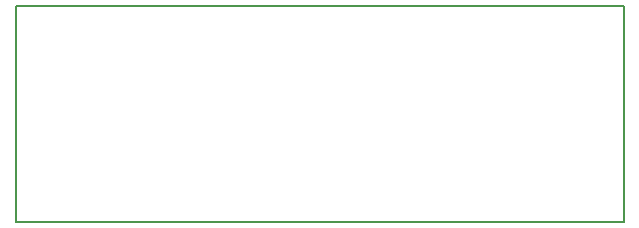
<source format=gko>
G04 DipTrace Beta 2.3.5.2*
%INOutline_Layer-GMaple-mini.GKO*%
%MOIN*%
%ADD11C,0.0055*%
%FSLAX44Y44*%
G04*
G70*
G90*
G75*
G01*
%LNBoardOutline*%
%LPD*%
X3940Y11140D2*
D11*
X24190D1*
Y3940D1*
X3940D1*
Y11140D1*
M02*

</source>
